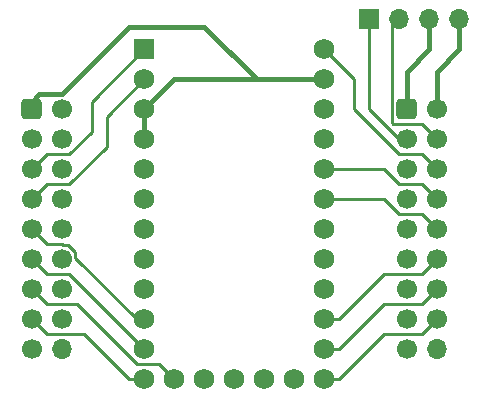
<source format=gbl>
%TF.GenerationSoftware,KiCad,Pcbnew,(5.1.12-1-10_14)*%
%TF.CreationDate,2021-11-20T10:43:59+08:00*%
%TF.ProjectId,Pragmatic,50726167-6d61-4746-9963-2e6b69636164,V0.1*%
%TF.SameCoordinates,Original*%
%TF.FileFunction,Copper,L2,Bot*%
%TF.FilePolarity,Positive*%
%FSLAX46Y46*%
G04 Gerber Fmt 4.6, Leading zero omitted, Abs format (unit mm)*
G04 Created by KiCad (PCBNEW (5.1.12-1-10_14)) date 2021-11-20 10:43:59*
%MOMM*%
%LPD*%
G01*
G04 APERTURE LIST*
%TA.AperFunction,ComponentPad*%
%ADD10O,1.700000X1.700000*%
%TD*%
%TA.AperFunction,ComponentPad*%
%ADD11C,1.700000*%
%TD*%
%TA.AperFunction,ComponentPad*%
%ADD12C,1.752600*%
%TD*%
%TA.AperFunction,ComponentPad*%
%ADD13R,1.752600X1.752600*%
%TD*%
%TA.AperFunction,ComponentPad*%
%ADD14R,1.700000X1.700000*%
%TD*%
%TA.AperFunction,Conductor*%
%ADD15C,0.250000*%
%TD*%
%TA.AperFunction,Conductor*%
%ADD16C,0.400000*%
%TD*%
G04 APERTURE END LIST*
D10*
X156845000Y-74930000D03*
D11*
X154305000Y-74930000D03*
D10*
X125095000Y-74930000D03*
D11*
X122555000Y-74930000D03*
X156845000Y-72390000D03*
X156845000Y-69850000D03*
X156845000Y-67310000D03*
X156845000Y-64770000D03*
X156845000Y-62230000D03*
X156845000Y-59690000D03*
X156845000Y-57150000D03*
X156845000Y-54610000D03*
X154305000Y-72390000D03*
X154305000Y-69850000D03*
X154305000Y-67310000D03*
X154305000Y-64770000D03*
X154305000Y-62230000D03*
X154305000Y-59690000D03*
X154305000Y-57150000D03*
%TA.AperFunction,ComponentPad*%
G36*
G01*
X153455000Y-55210000D02*
X153455000Y-54010000D01*
G75*
G02*
X153705000Y-53760000I250000J0D01*
G01*
X154905000Y-53760000D01*
G75*
G02*
X155155000Y-54010000I0J-250000D01*
G01*
X155155000Y-55210000D01*
G75*
G02*
X154905000Y-55460000I-250000J0D01*
G01*
X153705000Y-55460000D01*
G75*
G02*
X153455000Y-55210000I0J250000D01*
G01*
G37*
%TD.AperFunction*%
X125095000Y-72390000D03*
X125095000Y-69850000D03*
X125095000Y-67310000D03*
X125095000Y-64770000D03*
X125095000Y-62230000D03*
X125095000Y-59690000D03*
X125095000Y-57150000D03*
X125095000Y-54610000D03*
X122555000Y-72390000D03*
X122555000Y-69850000D03*
X122555000Y-67310000D03*
X122555000Y-64770000D03*
X122555000Y-62230000D03*
X122555000Y-59690000D03*
X122555000Y-57150000D03*
%TA.AperFunction,ComponentPad*%
G36*
G01*
X121705000Y-55210000D02*
X121705000Y-54010000D01*
G75*
G02*
X121955000Y-53760000I250000J0D01*
G01*
X123155000Y-53760000D01*
G75*
G02*
X123405000Y-54010000I0J-250000D01*
G01*
X123405000Y-55210000D01*
G75*
G02*
X123155000Y-55460000I-250000J0D01*
G01*
X121955000Y-55460000D01*
G75*
G02*
X121705000Y-55210000I0J250000D01*
G01*
G37*
%TD.AperFunction*%
D12*
X134620000Y-77470000D03*
X137160000Y-77470000D03*
X139700000Y-77470000D03*
X142240000Y-77470000D03*
X144780000Y-77470000D03*
X147320000Y-49530000D03*
X132080000Y-77470000D03*
X147320000Y-52070000D03*
X147320000Y-54610000D03*
X147320000Y-57150000D03*
X147320000Y-59690000D03*
X147320000Y-62230000D03*
X147320000Y-64770000D03*
X147320000Y-67310000D03*
X147320000Y-69850000D03*
X147320000Y-72390000D03*
X147320000Y-74930000D03*
X147320000Y-77470000D03*
X132080000Y-74930000D03*
X132080000Y-72390000D03*
X132080000Y-69850000D03*
X132080000Y-67310000D03*
X132080000Y-64770000D03*
X132080000Y-62230000D03*
X132080000Y-59690000D03*
X132080000Y-57150000D03*
X132080000Y-54610000D03*
X132080000Y-52070000D03*
D13*
X132080000Y-49530000D03*
D10*
X158750000Y-46990000D03*
X156210000Y-46990000D03*
X153670000Y-46990000D03*
D14*
X151130000Y-46990000D03*
D15*
X125730000Y-58420000D02*
X123825000Y-58420000D01*
X127635000Y-56515000D02*
X125730000Y-58420000D01*
X123825000Y-58420000D02*
X122555000Y-59690000D01*
X127635000Y-53975000D02*
X127635000Y-56515000D01*
X132080000Y-49530000D02*
X127635000Y-53975000D01*
D16*
X156210000Y-49530000D02*
X156210000Y-46990000D01*
X154305000Y-51435000D02*
X156210000Y-49530000D01*
X154305000Y-54610000D02*
X154305000Y-51435000D01*
D15*
X148590000Y-72390000D02*
X147320000Y-72390000D01*
X152400000Y-68580000D02*
X148590000Y-72390000D01*
X155575000Y-68580000D02*
X152400000Y-68580000D01*
X156845000Y-67310000D02*
X155575000Y-68580000D01*
X148590000Y-74930000D02*
X147320000Y-74930000D01*
X152400000Y-71120000D02*
X148590000Y-74930000D01*
X155575000Y-71120000D02*
X152400000Y-71120000D01*
X156845000Y-69850000D02*
X155575000Y-71120000D01*
X148590000Y-77470000D02*
X147320000Y-77470000D01*
X152400000Y-73660000D02*
X148590000Y-77470000D01*
X155575000Y-73660000D02*
X152400000Y-73660000D01*
X156845000Y-72390000D02*
X155575000Y-73660000D01*
X130810000Y-77470000D02*
X132080000Y-77470000D01*
X127000000Y-73660000D02*
X130810000Y-77470000D01*
X123825000Y-73660000D02*
X127000000Y-73660000D01*
X122555000Y-72390000D02*
X123825000Y-73660000D01*
X131445000Y-76200000D02*
X133350000Y-76200000D01*
X133350000Y-76200000D02*
X134620000Y-77470000D01*
X126365000Y-71120000D02*
X131445000Y-76200000D01*
X123825000Y-71120000D02*
X126365000Y-71120000D01*
X122555000Y-69850000D02*
X123825000Y-71120000D01*
X125730000Y-68580000D02*
X132080000Y-74930000D01*
X123825000Y-68580000D02*
X125730000Y-68580000D01*
X122555000Y-67310000D02*
X123825000Y-68580000D01*
X131445000Y-72390000D02*
X132080000Y-72390000D01*
X126270001Y-67215001D02*
X131445000Y-72390000D01*
X126270001Y-66745999D02*
X126270001Y-67215001D01*
X125095000Y-66040000D02*
X125189999Y-66134999D01*
X125189999Y-66134999D02*
X125659001Y-66134999D01*
X122555000Y-64770000D02*
X123825000Y-66040000D01*
X123825000Y-66040000D02*
X125095000Y-66040000D01*
X125659001Y-66134999D02*
X126270001Y-66745999D01*
X128905000Y-57785000D02*
X125730000Y-60960000D01*
X128905000Y-55245000D02*
X128905000Y-57785000D01*
X123825000Y-60960000D02*
X122555000Y-62230000D01*
X125730000Y-60960000D02*
X123825000Y-60960000D01*
X132080000Y-52070000D02*
X128905000Y-55245000D01*
X149860000Y-54610000D02*
X153670000Y-58420000D01*
X155575000Y-58420000D02*
X156845000Y-59690000D01*
X149860000Y-52070000D02*
X149860000Y-54610000D01*
X153670000Y-58420000D02*
X155575000Y-58420000D01*
X147320000Y-49530000D02*
X149860000Y-52070000D01*
X153670000Y-60960000D02*
X155575000Y-60960000D01*
X155575000Y-60960000D02*
X156845000Y-62230000D01*
X152400000Y-59690000D02*
X153670000Y-60960000D01*
X147320000Y-59690000D02*
X152400000Y-59690000D01*
X155575000Y-63500000D02*
X156845000Y-64770000D01*
X153670000Y-63500000D02*
X155575000Y-63500000D01*
X152400000Y-62230000D02*
X153670000Y-63500000D01*
X147320000Y-62230000D02*
X152400000Y-62230000D01*
D16*
X132080000Y-54610000D02*
X132080000Y-57150000D01*
X156845000Y-51435000D02*
X158750000Y-49530000D01*
X156845000Y-54610000D02*
X156845000Y-51435000D01*
X158750000Y-49530000D02*
X158750000Y-46990000D01*
X134620000Y-52070000D02*
X132080000Y-54610000D01*
X147320000Y-52070000D02*
X134620000Y-52070000D01*
X141605000Y-52070000D02*
X147320000Y-52070000D01*
X137160000Y-47625000D02*
X141605000Y-52070000D01*
X122555000Y-54610000D02*
X122555000Y-53975000D01*
X125095000Y-53340000D02*
X130810000Y-47625000D01*
X123190000Y-53340000D02*
X125095000Y-53340000D01*
X122555000Y-53975000D02*
X123190000Y-53340000D01*
X130810000Y-47625000D02*
X137160000Y-47625000D01*
D15*
X151130000Y-54610000D02*
X151130000Y-46990000D01*
X153670000Y-57150000D02*
X151130000Y-54610000D01*
X154305000Y-57150000D02*
X153670000Y-57150000D01*
X153035000Y-55785010D02*
X153035000Y-47625000D01*
X155575000Y-55880000D02*
X153129990Y-55880000D01*
X153035000Y-47625000D02*
X153670000Y-46990000D01*
X153129990Y-55880000D02*
X153035000Y-55785010D01*
X156845000Y-57150000D02*
X155575000Y-55880000D01*
M02*

</source>
